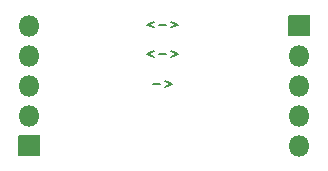
<source format=gbs>
G04 #@! TF.GenerationSoftware,KiCad,Pcbnew,5.1.8-db9833491~88~ubuntu20.04.1*
G04 #@! TF.CreationDate,2021-03-13T16:05:35+01:00*
G04 #@! TF.ProjectId,SWD_Isolator,5357445f-4973-46f6-9c61-746f722e6b69,rev?*
G04 #@! TF.SameCoordinates,PX4160928PY2f7a4c0*
G04 #@! TF.FileFunction,Soldermask,Bot*
G04 #@! TF.FilePolarity,Negative*
%FSLAX46Y46*%
G04 Gerber Fmt 4.6, Leading zero omitted, Abs format (unit mm)*
G04 Created by KiCad (PCBNEW 5.1.8-db9833491~88~ubuntu20.04.1) date 2021-03-13 16:05:35*
%MOMM*%
%LPD*%
G01*
G04 APERTURE LIST*
%ADD10C,0.150000*%
%ADD11O,1.802000X1.802000*%
G04 APERTURE END LIST*
D10*
X14059000Y6559543D02*
X14668523Y6559543D01*
X15049476Y6330972D02*
X15659000Y6559543D01*
X15049476Y6788115D01*
X14173285Y8870972D02*
X13563761Y9099543D01*
X14173285Y9328115D01*
X14554238Y9099543D02*
X15163761Y9099543D01*
X15544714Y8870972D02*
X16154238Y9099543D01*
X15544714Y9328115D01*
X14173285Y11360172D02*
X13563761Y11588743D01*
X14173285Y11817315D01*
X14554238Y11588743D02*
X15163761Y11588743D01*
X15544714Y11360172D02*
X16154238Y11588743D01*
X15544714Y11817315D01*
X14059000Y6559543D02*
X14668523Y6559543D01*
X15049476Y6330972D02*
X15659000Y6559543D01*
X15049476Y6788115D01*
X14173285Y8870972D02*
X13563761Y9099543D01*
X14173285Y9328115D01*
X14554238Y9099543D02*
X15163761Y9099543D01*
X15544714Y8870972D02*
X16154238Y9099543D01*
X15544714Y9328115D01*
X14173285Y11360172D02*
X13563761Y11588743D01*
X14173285Y11817315D01*
X14554238Y11588743D02*
X15163761Y11588743D01*
X15544714Y11360172D02*
X16154238Y11588743D01*
X15544714Y11817315D01*
D11*
X26430000Y1333500D03*
X26430000Y3873500D03*
X26430000Y6413500D03*
X26430000Y8953500D03*
G36*
G01*
X25529000Y10643500D02*
X25529000Y12343500D01*
G75*
G02*
X25580000Y12394500I51000J0D01*
G01*
X27280000Y12394500D01*
G75*
G02*
X27331000Y12343500I0J-51000D01*
G01*
X27331000Y10643500D01*
G75*
G02*
X27280000Y10592500I-51000J0D01*
G01*
X25580000Y10592500D01*
G75*
G02*
X25529000Y10643500I0J51000D01*
G01*
G37*
X3570000Y11493500D03*
X3570000Y8953500D03*
X3570000Y6413500D03*
X3570000Y3873500D03*
G36*
G01*
X4471000Y2183500D02*
X4471000Y483500D01*
G75*
G02*
X4420000Y432500I-51000J0D01*
G01*
X2720000Y432500D01*
G75*
G02*
X2669000Y483500I0J51000D01*
G01*
X2669000Y2183500D01*
G75*
G02*
X2720000Y2234500I51000J0D01*
G01*
X4420000Y2234500D01*
G75*
G02*
X4471000Y2183500I0J-51000D01*
G01*
G37*
M02*

</source>
